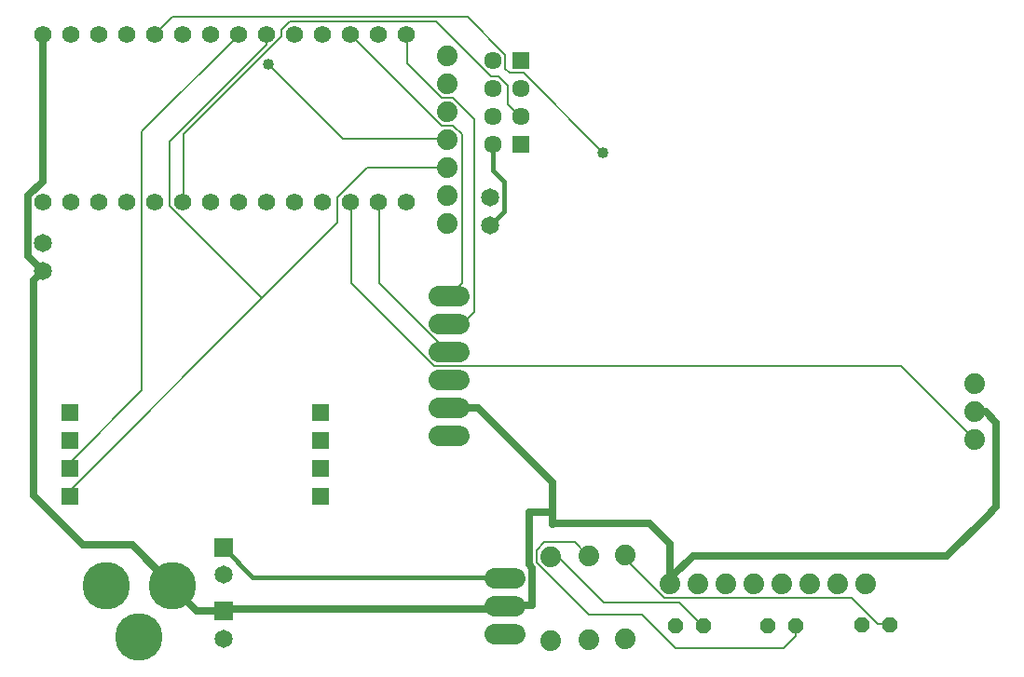
<source format=gtl>
G04 EAGLE Gerber X2 export*
%TF.Part,Single*%
%TF.FileFunction,Other,Top Copper*%
%TF.FilePolarity,Positive*%
%TF.GenerationSoftware,Autodesk,EAGLE,9.1.1*%
%TF.CreationDate,2018-08-06T02:20:56Z*%
G75*
%MOIN*%
%FSLAX34Y34*%
%LPD*%
%AMOC8*
5,1,8,0,0,1.08239X$1,22.5*%
G01*
%ADD10R,0.065000X0.065000*%
%ADD11C,0.065000*%
%ADD12C,0.170000*%
%ADD13P,0.060614X8X22.500000*%
%ADD14C,0.074000*%
%ADD15C,0.074000*%
%ADD16R,0.059433X0.059433*%
%ADD17R,0.063370X0.063370*%
%ADD18C,0.063370*%
%ADD19C,0.062000*%
%ADD20C,0.015000*%
%ADD21C,0.008000*%
%ADD22C,0.040000*%
%ADD23C,0.025000*%


D10*
X7230Y4871D03*
D11*
X7230Y3887D03*
X791Y14756D03*
X791Y15756D03*
D12*
X5394Y3500D03*
X3031Y3500D03*
X4213Y1650D03*
D13*
X30084Y2087D03*
X31084Y2087D03*
X26713Y2058D03*
X27713Y2058D03*
X23395Y2069D03*
X24395Y2069D03*
D14*
X15690Y8870D02*
X14950Y8870D01*
X14950Y9870D02*
X15690Y9870D01*
X15690Y10870D02*
X14950Y10870D01*
X14950Y11870D02*
X15690Y11870D01*
X15690Y12870D02*
X14950Y12870D01*
X14950Y13870D02*
X15690Y13870D01*
D15*
X30200Y3550D03*
X29200Y3550D03*
X28200Y3550D03*
X27200Y3550D03*
X26200Y3550D03*
X25200Y3550D03*
X24200Y3550D03*
X23200Y3550D03*
X21597Y1573D03*
X21597Y4573D03*
X20297Y1559D03*
X20297Y4559D03*
X18947Y1536D03*
X18947Y4536D03*
X15250Y16450D03*
X15250Y17450D03*
X15250Y18450D03*
X15250Y19450D03*
X15250Y20450D03*
X15250Y21450D03*
X15250Y22450D03*
D16*
X10700Y9700D03*
X10700Y8700D03*
X10700Y7700D03*
X10700Y6700D03*
X1750Y9700D03*
X1750Y8700D03*
X1750Y7700D03*
X1750Y6700D03*
D17*
X17870Y22280D03*
D18*
X17870Y21280D03*
X17870Y20280D03*
X16870Y20280D03*
X16870Y21280D03*
X16870Y22280D03*
X16870Y19280D03*
D17*
X17870Y19280D03*
D15*
X34099Y10721D03*
X34099Y9721D03*
X34099Y8721D03*
D14*
X17686Y1766D02*
X16946Y1766D01*
X16946Y2766D02*
X17686Y2766D01*
X17686Y3766D02*
X16946Y3766D01*
D11*
X16780Y16380D03*
X16780Y17380D03*
D10*
X7256Y2589D03*
D11*
X7256Y1605D03*
D19*
X780Y17230D03*
X1780Y17230D03*
X2780Y17230D03*
X3780Y17230D03*
X4780Y17230D03*
X5780Y17230D03*
X6780Y17230D03*
X7780Y17230D03*
X8780Y17230D03*
X9780Y17230D03*
X10780Y17230D03*
X11780Y17230D03*
X12780Y17230D03*
X13780Y17230D03*
X13780Y23230D03*
X12780Y23230D03*
X11780Y23230D03*
X10780Y23230D03*
X9780Y23230D03*
X8780Y23230D03*
X7780Y23230D03*
X6780Y23230D03*
X5780Y23230D03*
X4780Y23230D03*
X3780Y23230D03*
X2780Y23230D03*
X1780Y23230D03*
X780Y23230D03*
D20*
X16880Y19280D02*
X16880Y18354D01*
X17280Y17954D01*
X17280Y16880D01*
X16780Y16380D01*
X16880Y19280D02*
X16870Y19280D01*
X17280Y3800D02*
X8280Y3800D01*
X7240Y4840D01*
X17280Y3800D02*
X17316Y3766D01*
X7240Y4840D02*
X7230Y4871D01*
D21*
X1760Y7720D02*
X1760Y7920D01*
X4320Y10480D01*
X4320Y19760D01*
X7760Y23200D01*
X1760Y7720D02*
X1750Y7700D01*
X7760Y23200D02*
X7780Y23230D01*
X11520Y19480D02*
X15240Y19480D01*
X11520Y19480D02*
X8840Y22160D01*
X15240Y19480D02*
X15250Y19450D01*
D22*
X8840Y22160D03*
D21*
X1760Y6920D02*
X1760Y6720D01*
X8620Y13780D02*
X11320Y16480D01*
X8620Y13780D02*
X1760Y6920D01*
X11320Y16480D02*
X11320Y17400D01*
X12360Y18440D01*
X15240Y18440D01*
X1760Y6720D02*
X1750Y6700D01*
X15240Y18440D02*
X15250Y18450D01*
X8760Y22840D02*
X8760Y23200D01*
X8760Y22840D02*
X5320Y19400D01*
X5320Y17080D01*
X8620Y13780D01*
X8760Y23200D02*
X8780Y23230D01*
X11800Y23200D02*
X15040Y19960D01*
X15440Y19960D01*
X15760Y19640D01*
X15760Y14320D01*
X15320Y13880D01*
X11800Y23200D02*
X11780Y23230D01*
X15320Y13880D02*
X15320Y13870D01*
X13800Y22200D02*
X13800Y23200D01*
X13800Y22200D02*
X15040Y20960D01*
X15440Y20960D01*
X16200Y20200D01*
X16200Y13286D01*
X15794Y12880D01*
X15320Y12880D01*
X13800Y23200D02*
X13780Y23230D01*
X15320Y12880D02*
X15320Y12870D01*
X12800Y14320D02*
X12800Y17200D01*
X12800Y14320D02*
X15240Y11880D01*
X15320Y11880D01*
X12800Y17200D02*
X12780Y17230D01*
X15320Y11880D02*
X15320Y11870D01*
D23*
X760Y17960D02*
X760Y23200D01*
X760Y17960D02*
X240Y17440D01*
X240Y15280D01*
X760Y14760D01*
X760Y23200D02*
X780Y23230D01*
X760Y14760D02*
X791Y14756D01*
X6280Y2600D02*
X7240Y2600D01*
X6280Y2600D02*
X5400Y3480D01*
X7240Y2600D02*
X7256Y2589D01*
X5400Y3480D02*
X5394Y3500D01*
X17320Y2800D02*
X18280Y2800D01*
X18280Y4120D01*
X18160Y4240D01*
X18160Y6107D01*
X18994Y5674D02*
X19034Y5714D01*
X22467Y5714D01*
X23200Y4981D01*
X23200Y3550D01*
X17320Y2800D02*
X17316Y2766D01*
X16347Y9840D02*
X15320Y9840D01*
X16347Y9840D02*
X18994Y7194D01*
X18994Y6107D01*
X15320Y9840D02*
X15320Y9870D01*
X33116Y4554D02*
X34526Y5964D01*
X33116Y4554D02*
X24034Y4554D01*
X23320Y3840D01*
X23200Y3550D01*
X17120Y2640D02*
X7360Y2640D01*
X17120Y2640D02*
X17200Y2720D01*
X7360Y2640D02*
X7256Y2589D01*
X17200Y2720D02*
X17316Y2766D01*
X446Y6720D02*
X446Y14410D01*
X446Y6720D02*
X2213Y4954D01*
X3966Y4954D01*
X5320Y3600D01*
X5394Y3500D01*
X18160Y6107D02*
X18994Y6107D01*
X791Y14756D02*
X446Y14410D01*
X34887Y9327D02*
X34887Y6324D01*
X34526Y5964D01*
X34887Y9327D02*
X34493Y9721D01*
X34099Y9721D01*
X18994Y6107D02*
X18994Y5674D01*
D21*
X5800Y17240D02*
X5800Y19640D01*
X9320Y23160D01*
X9320Y23400D01*
X9600Y23680D01*
X14840Y23680D01*
X16800Y21720D01*
X17080Y21720D01*
X17400Y21400D01*
X17400Y20720D01*
X17840Y20280D01*
X5800Y17240D02*
X5780Y17230D01*
X17840Y20280D02*
X17870Y20280D01*
X30640Y2120D02*
X31080Y2120D01*
X30640Y2120D02*
X29720Y3040D01*
X23000Y3040D01*
X21600Y4440D01*
X21600Y4560D01*
X31080Y2120D02*
X31084Y2087D01*
X21600Y4560D02*
X21597Y4573D01*
X27274Y1246D02*
X27713Y1686D01*
X27274Y1246D02*
X23421Y1246D01*
X22202Y2465D01*
X20295Y2465D01*
X18440Y4320D01*
X18440Y4760D01*
X18720Y5040D01*
X19800Y5040D01*
X20280Y4560D01*
X20297Y4559D01*
X27713Y2058D02*
X27713Y1686D01*
X24360Y2080D02*
X24354Y2080D01*
X23554Y2880D01*
X20846Y2880D01*
X19206Y4520D01*
X18960Y4520D01*
X24360Y2080D02*
X24395Y2069D01*
X18960Y4520D02*
X18947Y4536D01*
X20800Y19000D02*
X17960Y21840D01*
X17480Y21840D01*
X17320Y22000D01*
X17320Y22480D01*
X15960Y23840D01*
X5400Y23840D01*
X4800Y23240D01*
X4780Y23230D01*
D22*
X20800Y19000D03*
D21*
X11800Y17200D02*
X11800Y14320D01*
X14760Y11360D01*
X31480Y11360D01*
X34080Y8760D01*
X11800Y17200D02*
X11780Y17230D01*
X34080Y8760D02*
X34099Y8721D01*
M02*

</source>
